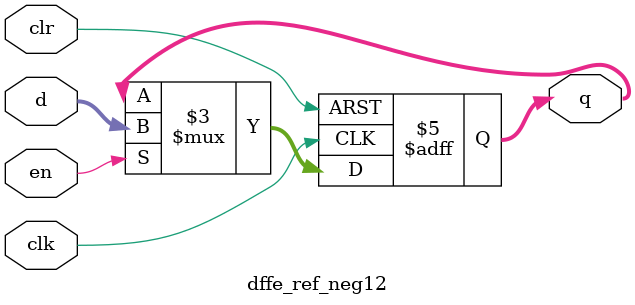
<source format=v>
module dffe_ref_neg12 (q, d, clk, en, clr);
   
   //Inputs
   input [11:0] d;
   input clk, en, clr;
   
   //Internal wire
   wire clr;

   //Output
   output[11:0] q;
   
   //Register
   reg [11:0] q;

   //Intialize q to 0
   initial
   begin
       q = 0;
   end

   //Set value of q on positive edge of the clock or clear
   always @(negedge clk or posedge clr) begin
       //If clear is high, set q to 0
       if (clr) begin
           q <= 0;
       //If enable is high, set q to the value of d
       end else if (en) begin
           q <= d;
       end
   end
endmodule
</source>
